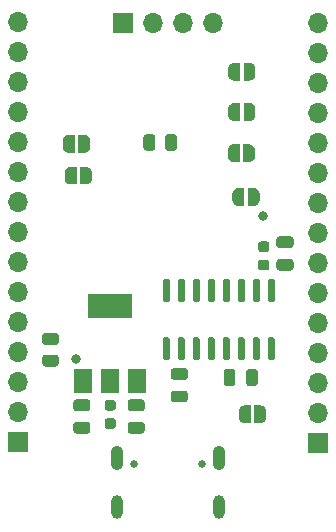
<source format=gbr>
%TF.GenerationSoftware,KiCad,Pcbnew,(5.1.12)-1*%
%TF.CreationDate,2021-12-27T17:53:29+01:00*%
%TF.ProjectId,stm32l-mcu-board,73746d33-326c-42d6-9d63-752d626f6172,rev?*%
%TF.SameCoordinates,Original*%
%TF.FileFunction,Soldermask,Bot*%
%TF.FilePolarity,Negative*%
%FSLAX46Y46*%
G04 Gerber Fmt 4.6, Leading zero omitted, Abs format (unit mm)*
G04 Created by KiCad (PCBNEW (5.1.12)-1) date 2021-12-27 17:53:29*
%MOMM*%
%LPD*%
G01*
G04 APERTURE LIST*
%ADD10C,0.100000*%
%ADD11C,0.800000*%
%ADD12R,1.500000X2.000000*%
%ADD13R,3.800000X2.000000*%
%ADD14C,0.650000*%
%ADD15O,1.050000X2.100000*%
%ADD16O,1.000000X2.000000*%
%ADD17O,1.700000X1.700000*%
%ADD18R,1.700000X1.700000*%
G04 APERTURE END LIST*
D10*
%TO.C,JP7*%
G36*
X92150000Y-71249398D02*
G01*
X92125466Y-71249398D01*
X92076635Y-71244588D01*
X92028510Y-71235016D01*
X91981555Y-71220772D01*
X91936222Y-71201995D01*
X91892949Y-71178864D01*
X91852150Y-71151604D01*
X91814221Y-71120476D01*
X91779524Y-71085779D01*
X91748396Y-71047850D01*
X91721136Y-71007051D01*
X91698005Y-70963778D01*
X91679228Y-70918445D01*
X91664984Y-70871490D01*
X91655412Y-70823365D01*
X91650602Y-70774534D01*
X91650602Y-70750000D01*
X91650000Y-70750000D01*
X91650000Y-70250000D01*
X91650602Y-70250000D01*
X91650602Y-70225466D01*
X91655412Y-70176635D01*
X91664984Y-70128510D01*
X91679228Y-70081555D01*
X91698005Y-70036222D01*
X91721136Y-69992949D01*
X91748396Y-69952150D01*
X91779524Y-69914221D01*
X91814221Y-69879524D01*
X91852150Y-69848396D01*
X91892949Y-69821136D01*
X91936222Y-69798005D01*
X91981555Y-69779228D01*
X92028510Y-69764984D01*
X92076635Y-69755412D01*
X92125466Y-69750602D01*
X92150000Y-69750602D01*
X92150000Y-69750000D01*
X92650000Y-69750000D01*
X92650000Y-71250000D01*
X92150000Y-71250000D01*
X92150000Y-71249398D01*
G37*
G36*
X92950000Y-69750000D02*
G01*
X93450000Y-69750000D01*
X93450000Y-69750602D01*
X93474534Y-69750602D01*
X93523365Y-69755412D01*
X93571490Y-69764984D01*
X93618445Y-69779228D01*
X93663778Y-69798005D01*
X93707051Y-69821136D01*
X93747850Y-69848396D01*
X93785779Y-69879524D01*
X93820476Y-69914221D01*
X93851604Y-69952150D01*
X93878864Y-69992949D01*
X93901995Y-70036222D01*
X93920772Y-70081555D01*
X93935016Y-70128510D01*
X93944588Y-70176635D01*
X93949398Y-70225466D01*
X93949398Y-70250000D01*
X93950000Y-70250000D01*
X93950000Y-70750000D01*
X93949398Y-70750000D01*
X93949398Y-70774534D01*
X93944588Y-70823365D01*
X93935016Y-70871490D01*
X93920772Y-70918445D01*
X93901995Y-70963778D01*
X93878864Y-71007051D01*
X93851604Y-71047850D01*
X93820476Y-71085779D01*
X93785779Y-71120476D01*
X93747850Y-71151604D01*
X93707051Y-71178864D01*
X93663778Y-71201995D01*
X93618445Y-71220772D01*
X93571490Y-71235016D01*
X93523365Y-71244588D01*
X93474534Y-71249398D01*
X93450000Y-71249398D01*
X93450000Y-71250000D01*
X92950000Y-71250000D01*
X92950000Y-69750000D01*
G37*
%TD*%
%TO.C,JP6*%
G36*
X92000000Y-68549398D02*
G01*
X91975466Y-68549398D01*
X91926635Y-68544588D01*
X91878510Y-68535016D01*
X91831555Y-68520772D01*
X91786222Y-68501995D01*
X91742949Y-68478864D01*
X91702150Y-68451604D01*
X91664221Y-68420476D01*
X91629524Y-68385779D01*
X91598396Y-68347850D01*
X91571136Y-68307051D01*
X91548005Y-68263778D01*
X91529228Y-68218445D01*
X91514984Y-68171490D01*
X91505412Y-68123365D01*
X91500602Y-68074534D01*
X91500602Y-68050000D01*
X91500000Y-68050000D01*
X91500000Y-67550000D01*
X91500602Y-67550000D01*
X91500602Y-67525466D01*
X91505412Y-67476635D01*
X91514984Y-67428510D01*
X91529228Y-67381555D01*
X91548005Y-67336222D01*
X91571136Y-67292949D01*
X91598396Y-67252150D01*
X91629524Y-67214221D01*
X91664221Y-67179524D01*
X91702150Y-67148396D01*
X91742949Y-67121136D01*
X91786222Y-67098005D01*
X91831555Y-67079228D01*
X91878510Y-67064984D01*
X91926635Y-67055412D01*
X91975466Y-67050602D01*
X92000000Y-67050602D01*
X92000000Y-67050000D01*
X92500000Y-67050000D01*
X92500000Y-68550000D01*
X92000000Y-68550000D01*
X92000000Y-68549398D01*
G37*
G36*
X92800000Y-67050000D02*
G01*
X93300000Y-67050000D01*
X93300000Y-67050602D01*
X93324534Y-67050602D01*
X93373365Y-67055412D01*
X93421490Y-67064984D01*
X93468445Y-67079228D01*
X93513778Y-67098005D01*
X93557051Y-67121136D01*
X93597850Y-67148396D01*
X93635779Y-67179524D01*
X93670476Y-67214221D01*
X93701604Y-67252150D01*
X93728864Y-67292949D01*
X93751995Y-67336222D01*
X93770772Y-67381555D01*
X93785016Y-67428510D01*
X93794588Y-67476635D01*
X93799398Y-67525466D01*
X93799398Y-67550000D01*
X93800000Y-67550000D01*
X93800000Y-68050000D01*
X93799398Y-68050000D01*
X93799398Y-68074534D01*
X93794588Y-68123365D01*
X93785016Y-68171490D01*
X93770772Y-68218445D01*
X93751995Y-68263778D01*
X93728864Y-68307051D01*
X93701604Y-68347850D01*
X93670476Y-68385779D01*
X93635779Y-68420476D01*
X93597850Y-68451604D01*
X93557051Y-68478864D01*
X93513778Y-68501995D01*
X93468445Y-68520772D01*
X93421490Y-68535016D01*
X93373365Y-68544588D01*
X93324534Y-68549398D01*
X93300000Y-68549398D01*
X93300000Y-68550000D01*
X92800000Y-68550000D01*
X92800000Y-67050000D01*
G37*
%TD*%
%TO.C,JP5*%
G36*
X107650000Y-71550602D02*
G01*
X107674534Y-71550602D01*
X107723365Y-71555412D01*
X107771490Y-71564984D01*
X107818445Y-71579228D01*
X107863778Y-71598005D01*
X107907051Y-71621136D01*
X107947850Y-71648396D01*
X107985779Y-71679524D01*
X108020476Y-71714221D01*
X108051604Y-71752150D01*
X108078864Y-71792949D01*
X108101995Y-71836222D01*
X108120772Y-71881555D01*
X108135016Y-71928510D01*
X108144588Y-71976635D01*
X108149398Y-72025466D01*
X108149398Y-72050000D01*
X108150000Y-72050000D01*
X108150000Y-72550000D01*
X108149398Y-72550000D01*
X108149398Y-72574534D01*
X108144588Y-72623365D01*
X108135016Y-72671490D01*
X108120772Y-72718445D01*
X108101995Y-72763778D01*
X108078864Y-72807051D01*
X108051604Y-72847850D01*
X108020476Y-72885779D01*
X107985779Y-72920476D01*
X107947850Y-72951604D01*
X107907051Y-72978864D01*
X107863778Y-73001995D01*
X107818445Y-73020772D01*
X107771490Y-73035016D01*
X107723365Y-73044588D01*
X107674534Y-73049398D01*
X107650000Y-73049398D01*
X107650000Y-73050000D01*
X107150000Y-73050000D01*
X107150000Y-71550000D01*
X107650000Y-71550000D01*
X107650000Y-71550602D01*
G37*
G36*
X106850000Y-73050000D02*
G01*
X106350000Y-73050000D01*
X106350000Y-73049398D01*
X106325466Y-73049398D01*
X106276635Y-73044588D01*
X106228510Y-73035016D01*
X106181555Y-73020772D01*
X106136222Y-73001995D01*
X106092949Y-72978864D01*
X106052150Y-72951604D01*
X106014221Y-72920476D01*
X105979524Y-72885779D01*
X105948396Y-72847850D01*
X105921136Y-72807051D01*
X105898005Y-72763778D01*
X105879228Y-72718445D01*
X105864984Y-72671490D01*
X105855412Y-72623365D01*
X105850602Y-72574534D01*
X105850602Y-72550000D01*
X105850000Y-72550000D01*
X105850000Y-72050000D01*
X105850602Y-72050000D01*
X105850602Y-72025466D01*
X105855412Y-71976635D01*
X105864984Y-71928510D01*
X105879228Y-71881555D01*
X105898005Y-71836222D01*
X105921136Y-71792949D01*
X105948396Y-71752150D01*
X105979524Y-71714221D01*
X106014221Y-71679524D01*
X106052150Y-71648396D01*
X106092949Y-71621136D01*
X106136222Y-71598005D01*
X106181555Y-71579228D01*
X106228510Y-71564984D01*
X106276635Y-71555412D01*
X106325466Y-71550602D01*
X106350000Y-71550602D01*
X106350000Y-71550000D01*
X106850000Y-71550000D01*
X106850000Y-73050000D01*
G37*
%TD*%
%TO.C,JP4*%
G36*
X108200000Y-89950602D02*
G01*
X108224534Y-89950602D01*
X108273365Y-89955412D01*
X108321490Y-89964984D01*
X108368445Y-89979228D01*
X108413778Y-89998005D01*
X108457051Y-90021136D01*
X108497850Y-90048396D01*
X108535779Y-90079524D01*
X108570476Y-90114221D01*
X108601604Y-90152150D01*
X108628864Y-90192949D01*
X108651995Y-90236222D01*
X108670772Y-90281555D01*
X108685016Y-90328510D01*
X108694588Y-90376635D01*
X108699398Y-90425466D01*
X108699398Y-90450000D01*
X108700000Y-90450000D01*
X108700000Y-90950000D01*
X108699398Y-90950000D01*
X108699398Y-90974534D01*
X108694588Y-91023365D01*
X108685016Y-91071490D01*
X108670772Y-91118445D01*
X108651995Y-91163778D01*
X108628864Y-91207051D01*
X108601604Y-91247850D01*
X108570476Y-91285779D01*
X108535779Y-91320476D01*
X108497850Y-91351604D01*
X108457051Y-91378864D01*
X108413778Y-91401995D01*
X108368445Y-91420772D01*
X108321490Y-91435016D01*
X108273365Y-91444588D01*
X108224534Y-91449398D01*
X108200000Y-91449398D01*
X108200000Y-91450000D01*
X107700000Y-91450000D01*
X107700000Y-89950000D01*
X108200000Y-89950000D01*
X108200000Y-89950602D01*
G37*
G36*
X107400000Y-91450000D02*
G01*
X106900000Y-91450000D01*
X106900000Y-91449398D01*
X106875466Y-91449398D01*
X106826635Y-91444588D01*
X106778510Y-91435016D01*
X106731555Y-91420772D01*
X106686222Y-91401995D01*
X106642949Y-91378864D01*
X106602150Y-91351604D01*
X106564221Y-91320476D01*
X106529524Y-91285779D01*
X106498396Y-91247850D01*
X106471136Y-91207051D01*
X106448005Y-91163778D01*
X106429228Y-91118445D01*
X106414984Y-91071490D01*
X106405412Y-91023365D01*
X106400602Y-90974534D01*
X106400602Y-90950000D01*
X106400000Y-90950000D01*
X106400000Y-90450000D01*
X106400602Y-90450000D01*
X106400602Y-90425466D01*
X106405412Y-90376635D01*
X106414984Y-90328510D01*
X106429228Y-90281555D01*
X106448005Y-90236222D01*
X106471136Y-90192949D01*
X106498396Y-90152150D01*
X106529524Y-90114221D01*
X106564221Y-90079524D01*
X106602150Y-90048396D01*
X106642949Y-90021136D01*
X106686222Y-89998005D01*
X106731555Y-89979228D01*
X106778510Y-89964984D01*
X106826635Y-89955412D01*
X106875466Y-89950602D01*
X106900000Y-89950602D01*
X106900000Y-89950000D01*
X107400000Y-89950000D01*
X107400000Y-91450000D01*
G37*
%TD*%
D11*
%TO.C,SW2*%
X108450000Y-73950000D03*
%TD*%
D12*
%TO.C,U7*%
X97800000Y-87850000D03*
X93200000Y-87850000D03*
X95500000Y-87850000D03*
D13*
X95500000Y-81550000D03*
%TD*%
D10*
%TO.C,JP3*%
G36*
X106000000Y-62449398D02*
G01*
X105975466Y-62449398D01*
X105926635Y-62444588D01*
X105878510Y-62435016D01*
X105831555Y-62420772D01*
X105786222Y-62401995D01*
X105742949Y-62378864D01*
X105702150Y-62351604D01*
X105664221Y-62320476D01*
X105629524Y-62285779D01*
X105598396Y-62247850D01*
X105571136Y-62207051D01*
X105548005Y-62163778D01*
X105529228Y-62118445D01*
X105514984Y-62071490D01*
X105505412Y-62023365D01*
X105500602Y-61974534D01*
X105500602Y-61950000D01*
X105500000Y-61950000D01*
X105500000Y-61450000D01*
X105500602Y-61450000D01*
X105500602Y-61425466D01*
X105505412Y-61376635D01*
X105514984Y-61328510D01*
X105529228Y-61281555D01*
X105548005Y-61236222D01*
X105571136Y-61192949D01*
X105598396Y-61152150D01*
X105629524Y-61114221D01*
X105664221Y-61079524D01*
X105702150Y-61048396D01*
X105742949Y-61021136D01*
X105786222Y-60998005D01*
X105831555Y-60979228D01*
X105878510Y-60964984D01*
X105926635Y-60955412D01*
X105975466Y-60950602D01*
X106000000Y-60950602D01*
X106000000Y-60950000D01*
X106500000Y-60950000D01*
X106500000Y-62450000D01*
X106000000Y-62450000D01*
X106000000Y-62449398D01*
G37*
G36*
X106800000Y-60950000D02*
G01*
X107300000Y-60950000D01*
X107300000Y-60950602D01*
X107324534Y-60950602D01*
X107373365Y-60955412D01*
X107421490Y-60964984D01*
X107468445Y-60979228D01*
X107513778Y-60998005D01*
X107557051Y-61021136D01*
X107597850Y-61048396D01*
X107635779Y-61079524D01*
X107670476Y-61114221D01*
X107701604Y-61152150D01*
X107728864Y-61192949D01*
X107751995Y-61236222D01*
X107770772Y-61281555D01*
X107785016Y-61328510D01*
X107794588Y-61376635D01*
X107799398Y-61425466D01*
X107799398Y-61450000D01*
X107800000Y-61450000D01*
X107800000Y-61950000D01*
X107799398Y-61950000D01*
X107799398Y-61974534D01*
X107794588Y-62023365D01*
X107785016Y-62071490D01*
X107770772Y-62118445D01*
X107751995Y-62163778D01*
X107728864Y-62207051D01*
X107701604Y-62247850D01*
X107670476Y-62285779D01*
X107635779Y-62320476D01*
X107597850Y-62351604D01*
X107557051Y-62378864D01*
X107513778Y-62401995D01*
X107468445Y-62420772D01*
X107421490Y-62435016D01*
X107373365Y-62444588D01*
X107324534Y-62449398D01*
X107300000Y-62449398D01*
X107300000Y-62450000D01*
X106800000Y-62450000D01*
X106800000Y-60950000D01*
G37*
%TD*%
%TO.C,JP2*%
G36*
X107300000Y-64350602D02*
G01*
X107324534Y-64350602D01*
X107373365Y-64355412D01*
X107421490Y-64364984D01*
X107468445Y-64379228D01*
X107513778Y-64398005D01*
X107557051Y-64421136D01*
X107597850Y-64448396D01*
X107635779Y-64479524D01*
X107670476Y-64514221D01*
X107701604Y-64552150D01*
X107728864Y-64592949D01*
X107751995Y-64636222D01*
X107770772Y-64681555D01*
X107785016Y-64728510D01*
X107794588Y-64776635D01*
X107799398Y-64825466D01*
X107799398Y-64850000D01*
X107800000Y-64850000D01*
X107800000Y-65350000D01*
X107799398Y-65350000D01*
X107799398Y-65374534D01*
X107794588Y-65423365D01*
X107785016Y-65471490D01*
X107770772Y-65518445D01*
X107751995Y-65563778D01*
X107728864Y-65607051D01*
X107701604Y-65647850D01*
X107670476Y-65685779D01*
X107635779Y-65720476D01*
X107597850Y-65751604D01*
X107557051Y-65778864D01*
X107513778Y-65801995D01*
X107468445Y-65820772D01*
X107421490Y-65835016D01*
X107373365Y-65844588D01*
X107324534Y-65849398D01*
X107300000Y-65849398D01*
X107300000Y-65850000D01*
X106800000Y-65850000D01*
X106800000Y-64350000D01*
X107300000Y-64350000D01*
X107300000Y-64350602D01*
G37*
G36*
X106500000Y-65850000D02*
G01*
X106000000Y-65850000D01*
X106000000Y-65849398D01*
X105975466Y-65849398D01*
X105926635Y-65844588D01*
X105878510Y-65835016D01*
X105831555Y-65820772D01*
X105786222Y-65801995D01*
X105742949Y-65778864D01*
X105702150Y-65751604D01*
X105664221Y-65720476D01*
X105629524Y-65685779D01*
X105598396Y-65647850D01*
X105571136Y-65607051D01*
X105548005Y-65563778D01*
X105529228Y-65518445D01*
X105514984Y-65471490D01*
X105505412Y-65423365D01*
X105500602Y-65374534D01*
X105500602Y-65350000D01*
X105500000Y-65350000D01*
X105500000Y-64850000D01*
X105500602Y-64850000D01*
X105500602Y-64825466D01*
X105505412Y-64776635D01*
X105514984Y-64728510D01*
X105529228Y-64681555D01*
X105548005Y-64636222D01*
X105571136Y-64592949D01*
X105598396Y-64552150D01*
X105629524Y-64514221D01*
X105664221Y-64479524D01*
X105702150Y-64448396D01*
X105742949Y-64421136D01*
X105786222Y-64398005D01*
X105831555Y-64379228D01*
X105878510Y-64364984D01*
X105926635Y-64355412D01*
X105975466Y-64350602D01*
X106000000Y-64350602D01*
X106000000Y-64350000D01*
X106500000Y-64350000D01*
X106500000Y-65850000D01*
G37*
%TD*%
%TO.C,JP1*%
G36*
X107250000Y-67850602D02*
G01*
X107274534Y-67850602D01*
X107323365Y-67855412D01*
X107371490Y-67864984D01*
X107418445Y-67879228D01*
X107463778Y-67898005D01*
X107507051Y-67921136D01*
X107547850Y-67948396D01*
X107585779Y-67979524D01*
X107620476Y-68014221D01*
X107651604Y-68052150D01*
X107678864Y-68092949D01*
X107701995Y-68136222D01*
X107720772Y-68181555D01*
X107735016Y-68228510D01*
X107744588Y-68276635D01*
X107749398Y-68325466D01*
X107749398Y-68350000D01*
X107750000Y-68350000D01*
X107750000Y-68850000D01*
X107749398Y-68850000D01*
X107749398Y-68874534D01*
X107744588Y-68923365D01*
X107735016Y-68971490D01*
X107720772Y-69018445D01*
X107701995Y-69063778D01*
X107678864Y-69107051D01*
X107651604Y-69147850D01*
X107620476Y-69185779D01*
X107585779Y-69220476D01*
X107547850Y-69251604D01*
X107507051Y-69278864D01*
X107463778Y-69301995D01*
X107418445Y-69320772D01*
X107371490Y-69335016D01*
X107323365Y-69344588D01*
X107274534Y-69349398D01*
X107250000Y-69349398D01*
X107250000Y-69350000D01*
X106750000Y-69350000D01*
X106750000Y-67850000D01*
X107250000Y-67850000D01*
X107250000Y-67850602D01*
G37*
G36*
X106450000Y-69350000D02*
G01*
X105950000Y-69350000D01*
X105950000Y-69349398D01*
X105925466Y-69349398D01*
X105876635Y-69344588D01*
X105828510Y-69335016D01*
X105781555Y-69320772D01*
X105736222Y-69301995D01*
X105692949Y-69278864D01*
X105652150Y-69251604D01*
X105614221Y-69220476D01*
X105579524Y-69185779D01*
X105548396Y-69147850D01*
X105521136Y-69107051D01*
X105498005Y-69063778D01*
X105479228Y-69018445D01*
X105464984Y-68971490D01*
X105455412Y-68923365D01*
X105450602Y-68874534D01*
X105450602Y-68850000D01*
X105450000Y-68850000D01*
X105450000Y-68350000D01*
X105450602Y-68350000D01*
X105450602Y-68325466D01*
X105455412Y-68276635D01*
X105464984Y-68228510D01*
X105479228Y-68181555D01*
X105498005Y-68136222D01*
X105521136Y-68092949D01*
X105548396Y-68052150D01*
X105579524Y-68014221D01*
X105614221Y-67979524D01*
X105652150Y-67948396D01*
X105692949Y-67921136D01*
X105736222Y-67898005D01*
X105781555Y-67879228D01*
X105828510Y-67864984D01*
X105876635Y-67855412D01*
X105925466Y-67850602D01*
X105950000Y-67850602D01*
X105950000Y-67850000D01*
X106450000Y-67850000D01*
X106450000Y-69350000D01*
G37*
%TD*%
%TO.C,C11*%
G36*
G01*
X100875000Y-88700000D02*
X101825000Y-88700000D01*
G75*
G02*
X102075000Y-88950000I0J-250000D01*
G01*
X102075000Y-89450000D01*
G75*
G02*
X101825000Y-89700000I-250000J0D01*
G01*
X100875000Y-89700000D01*
G75*
G02*
X100625000Y-89450000I0J250000D01*
G01*
X100625000Y-88950000D01*
G75*
G02*
X100875000Y-88700000I250000J0D01*
G01*
G37*
G36*
G01*
X100875000Y-86800000D02*
X101825000Y-86800000D01*
G75*
G02*
X102075000Y-87050000I0J-250000D01*
G01*
X102075000Y-87550000D01*
G75*
G02*
X101825000Y-87800000I-250000J0D01*
G01*
X100875000Y-87800000D01*
G75*
G02*
X100625000Y-87550000I0J250000D01*
G01*
X100625000Y-87050000D01*
G75*
G02*
X100875000Y-86800000I250000J0D01*
G01*
G37*
%TD*%
%TO.C,C13*%
G36*
G01*
X108750000Y-76975000D02*
X108250000Y-76975000D01*
G75*
G02*
X108025000Y-76750000I0J225000D01*
G01*
X108025000Y-76300000D01*
G75*
G02*
X108250000Y-76075000I225000J0D01*
G01*
X108750000Y-76075000D01*
G75*
G02*
X108975000Y-76300000I0J-225000D01*
G01*
X108975000Y-76750000D01*
G75*
G02*
X108750000Y-76975000I-225000J0D01*
G01*
G37*
G36*
G01*
X108750000Y-78525000D02*
X108250000Y-78525000D01*
G75*
G02*
X108025000Y-78300000I0J225000D01*
G01*
X108025000Y-77850000D01*
G75*
G02*
X108250000Y-77625000I225000J0D01*
G01*
X108750000Y-77625000D01*
G75*
G02*
X108975000Y-77850000I0J-225000D01*
G01*
X108975000Y-78300000D01*
G75*
G02*
X108750000Y-78525000I-225000J0D01*
G01*
G37*
%TD*%
D14*
%TO.C,J1*%
X97510000Y-94920000D03*
X103290000Y-94920000D03*
D15*
X104720000Y-94420000D03*
X96080000Y-94420000D03*
D16*
X104720000Y-98600000D03*
X96080000Y-98600000D03*
%TD*%
%TO.C,U6*%
G36*
G01*
X109295000Y-81200000D02*
X108995000Y-81200000D01*
G75*
G02*
X108845000Y-81050000I0J150000D01*
G01*
X108845000Y-79400000D01*
G75*
G02*
X108995000Y-79250000I150000J0D01*
G01*
X109295000Y-79250000D01*
G75*
G02*
X109445000Y-79400000I0J-150000D01*
G01*
X109445000Y-81050000D01*
G75*
G02*
X109295000Y-81200000I-150000J0D01*
G01*
G37*
G36*
G01*
X108025000Y-81200000D02*
X107725000Y-81200000D01*
G75*
G02*
X107575000Y-81050000I0J150000D01*
G01*
X107575000Y-79400000D01*
G75*
G02*
X107725000Y-79250000I150000J0D01*
G01*
X108025000Y-79250000D01*
G75*
G02*
X108175000Y-79400000I0J-150000D01*
G01*
X108175000Y-81050000D01*
G75*
G02*
X108025000Y-81200000I-150000J0D01*
G01*
G37*
G36*
G01*
X106755000Y-81200000D02*
X106455000Y-81200000D01*
G75*
G02*
X106305000Y-81050000I0J150000D01*
G01*
X106305000Y-79400000D01*
G75*
G02*
X106455000Y-79250000I150000J0D01*
G01*
X106755000Y-79250000D01*
G75*
G02*
X106905000Y-79400000I0J-150000D01*
G01*
X106905000Y-81050000D01*
G75*
G02*
X106755000Y-81200000I-150000J0D01*
G01*
G37*
G36*
G01*
X105485000Y-81200000D02*
X105185000Y-81200000D01*
G75*
G02*
X105035000Y-81050000I0J150000D01*
G01*
X105035000Y-79400000D01*
G75*
G02*
X105185000Y-79250000I150000J0D01*
G01*
X105485000Y-79250000D01*
G75*
G02*
X105635000Y-79400000I0J-150000D01*
G01*
X105635000Y-81050000D01*
G75*
G02*
X105485000Y-81200000I-150000J0D01*
G01*
G37*
G36*
G01*
X104215000Y-81200000D02*
X103915000Y-81200000D01*
G75*
G02*
X103765000Y-81050000I0J150000D01*
G01*
X103765000Y-79400000D01*
G75*
G02*
X103915000Y-79250000I150000J0D01*
G01*
X104215000Y-79250000D01*
G75*
G02*
X104365000Y-79400000I0J-150000D01*
G01*
X104365000Y-81050000D01*
G75*
G02*
X104215000Y-81200000I-150000J0D01*
G01*
G37*
G36*
G01*
X102945000Y-81200000D02*
X102645000Y-81200000D01*
G75*
G02*
X102495000Y-81050000I0J150000D01*
G01*
X102495000Y-79400000D01*
G75*
G02*
X102645000Y-79250000I150000J0D01*
G01*
X102945000Y-79250000D01*
G75*
G02*
X103095000Y-79400000I0J-150000D01*
G01*
X103095000Y-81050000D01*
G75*
G02*
X102945000Y-81200000I-150000J0D01*
G01*
G37*
G36*
G01*
X101675000Y-81200000D02*
X101375000Y-81200000D01*
G75*
G02*
X101225000Y-81050000I0J150000D01*
G01*
X101225000Y-79400000D01*
G75*
G02*
X101375000Y-79250000I150000J0D01*
G01*
X101675000Y-79250000D01*
G75*
G02*
X101825000Y-79400000I0J-150000D01*
G01*
X101825000Y-81050000D01*
G75*
G02*
X101675000Y-81200000I-150000J0D01*
G01*
G37*
G36*
G01*
X100405000Y-81200000D02*
X100105000Y-81200000D01*
G75*
G02*
X99955000Y-81050000I0J150000D01*
G01*
X99955000Y-79400000D01*
G75*
G02*
X100105000Y-79250000I150000J0D01*
G01*
X100405000Y-79250000D01*
G75*
G02*
X100555000Y-79400000I0J-150000D01*
G01*
X100555000Y-81050000D01*
G75*
G02*
X100405000Y-81200000I-150000J0D01*
G01*
G37*
G36*
G01*
X100405000Y-86150000D02*
X100105000Y-86150000D01*
G75*
G02*
X99955000Y-86000000I0J150000D01*
G01*
X99955000Y-84350000D01*
G75*
G02*
X100105000Y-84200000I150000J0D01*
G01*
X100405000Y-84200000D01*
G75*
G02*
X100555000Y-84350000I0J-150000D01*
G01*
X100555000Y-86000000D01*
G75*
G02*
X100405000Y-86150000I-150000J0D01*
G01*
G37*
G36*
G01*
X101675000Y-86150000D02*
X101375000Y-86150000D01*
G75*
G02*
X101225000Y-86000000I0J150000D01*
G01*
X101225000Y-84350000D01*
G75*
G02*
X101375000Y-84200000I150000J0D01*
G01*
X101675000Y-84200000D01*
G75*
G02*
X101825000Y-84350000I0J-150000D01*
G01*
X101825000Y-86000000D01*
G75*
G02*
X101675000Y-86150000I-150000J0D01*
G01*
G37*
G36*
G01*
X102945000Y-86150000D02*
X102645000Y-86150000D01*
G75*
G02*
X102495000Y-86000000I0J150000D01*
G01*
X102495000Y-84350000D01*
G75*
G02*
X102645000Y-84200000I150000J0D01*
G01*
X102945000Y-84200000D01*
G75*
G02*
X103095000Y-84350000I0J-150000D01*
G01*
X103095000Y-86000000D01*
G75*
G02*
X102945000Y-86150000I-150000J0D01*
G01*
G37*
G36*
G01*
X104215000Y-86150000D02*
X103915000Y-86150000D01*
G75*
G02*
X103765000Y-86000000I0J150000D01*
G01*
X103765000Y-84350000D01*
G75*
G02*
X103915000Y-84200000I150000J0D01*
G01*
X104215000Y-84200000D01*
G75*
G02*
X104365000Y-84350000I0J-150000D01*
G01*
X104365000Y-86000000D01*
G75*
G02*
X104215000Y-86150000I-150000J0D01*
G01*
G37*
G36*
G01*
X105485000Y-86150000D02*
X105185000Y-86150000D01*
G75*
G02*
X105035000Y-86000000I0J150000D01*
G01*
X105035000Y-84350000D01*
G75*
G02*
X105185000Y-84200000I150000J0D01*
G01*
X105485000Y-84200000D01*
G75*
G02*
X105635000Y-84350000I0J-150000D01*
G01*
X105635000Y-86000000D01*
G75*
G02*
X105485000Y-86150000I-150000J0D01*
G01*
G37*
G36*
G01*
X106755000Y-86150000D02*
X106455000Y-86150000D01*
G75*
G02*
X106305000Y-86000000I0J150000D01*
G01*
X106305000Y-84350000D01*
G75*
G02*
X106455000Y-84200000I150000J0D01*
G01*
X106755000Y-84200000D01*
G75*
G02*
X106905000Y-84350000I0J-150000D01*
G01*
X106905000Y-86000000D01*
G75*
G02*
X106755000Y-86150000I-150000J0D01*
G01*
G37*
G36*
G01*
X108025000Y-86150000D02*
X107725000Y-86150000D01*
G75*
G02*
X107575000Y-86000000I0J150000D01*
G01*
X107575000Y-84350000D01*
G75*
G02*
X107725000Y-84200000I150000J0D01*
G01*
X108025000Y-84200000D01*
G75*
G02*
X108175000Y-84350000I0J-150000D01*
G01*
X108175000Y-86000000D01*
G75*
G02*
X108025000Y-86150000I-150000J0D01*
G01*
G37*
G36*
G01*
X109295000Y-86150000D02*
X108995000Y-86150000D01*
G75*
G02*
X108845000Y-86000000I0J150000D01*
G01*
X108845000Y-84350000D01*
G75*
G02*
X108995000Y-84200000I150000J0D01*
G01*
X109295000Y-84200000D01*
G75*
G02*
X109445000Y-84350000I0J-150000D01*
G01*
X109445000Y-86000000D01*
G75*
G02*
X109295000Y-86150000I-150000J0D01*
G01*
G37*
%TD*%
%TO.C,C15*%
G36*
G01*
X107000000Y-88075000D02*
X107000000Y-87125000D01*
G75*
G02*
X107250000Y-86875000I250000J0D01*
G01*
X107750000Y-86875000D01*
G75*
G02*
X108000000Y-87125000I0J-250000D01*
G01*
X108000000Y-88075000D01*
G75*
G02*
X107750000Y-88325000I-250000J0D01*
G01*
X107250000Y-88325000D01*
G75*
G02*
X107000000Y-88075000I0J250000D01*
G01*
G37*
G36*
G01*
X105100000Y-88075000D02*
X105100000Y-87125000D01*
G75*
G02*
X105350000Y-86875000I250000J0D01*
G01*
X105850000Y-86875000D01*
G75*
G02*
X106100000Y-87125000I0J-250000D01*
G01*
X106100000Y-88075000D01*
G75*
G02*
X105850000Y-88325000I-250000J0D01*
G01*
X105350000Y-88325000D01*
G75*
G02*
X105100000Y-88075000I0J250000D01*
G01*
G37*
%TD*%
%TO.C,C12*%
G36*
G01*
X109825000Y-77550000D02*
X110775000Y-77550000D01*
G75*
G02*
X111025000Y-77800000I0J-250000D01*
G01*
X111025000Y-78300000D01*
G75*
G02*
X110775000Y-78550000I-250000J0D01*
G01*
X109825000Y-78550000D01*
G75*
G02*
X109575000Y-78300000I0J250000D01*
G01*
X109575000Y-77800000D01*
G75*
G02*
X109825000Y-77550000I250000J0D01*
G01*
G37*
G36*
G01*
X109825000Y-75650000D02*
X110775000Y-75650000D01*
G75*
G02*
X111025000Y-75900000I0J-250000D01*
G01*
X111025000Y-76400000D01*
G75*
G02*
X110775000Y-76650000I-250000J0D01*
G01*
X109825000Y-76650000D01*
G75*
G02*
X109575000Y-76400000I0J250000D01*
G01*
X109575000Y-75900000D01*
G75*
G02*
X109825000Y-75650000I250000J0D01*
G01*
G37*
%TD*%
D11*
%TO.C,SW1*%
X92600000Y-86000000D03*
%TD*%
%TO.C,R4*%
G36*
G01*
X99337500Y-67249999D02*
X99337500Y-68150001D01*
G75*
G02*
X99087501Y-68400000I-249999J0D01*
G01*
X98562499Y-68400000D01*
G75*
G02*
X98312500Y-68150001I0J249999D01*
G01*
X98312500Y-67249999D01*
G75*
G02*
X98562499Y-67000000I249999J0D01*
G01*
X99087501Y-67000000D01*
G75*
G02*
X99337500Y-67249999I0J-249999D01*
G01*
G37*
G36*
G01*
X101162500Y-67249999D02*
X101162500Y-68150001D01*
G75*
G02*
X100912501Y-68400000I-249999J0D01*
G01*
X100387499Y-68400000D01*
G75*
G02*
X100137500Y-68150001I0J249999D01*
G01*
X100137500Y-67249999D01*
G75*
G02*
X100387499Y-67000000I249999J0D01*
G01*
X100912501Y-67000000D01*
G75*
G02*
X101162500Y-67249999I0J-249999D01*
G01*
G37*
%TD*%
%TO.C,R2*%
G36*
G01*
X90900001Y-84850000D02*
X89999999Y-84850000D01*
G75*
G02*
X89750000Y-84600001I0J249999D01*
G01*
X89750000Y-84074999D01*
G75*
G02*
X89999999Y-83825000I249999J0D01*
G01*
X90900001Y-83825000D01*
G75*
G02*
X91150000Y-84074999I0J-249999D01*
G01*
X91150000Y-84600001D01*
G75*
G02*
X90900001Y-84850000I-249999J0D01*
G01*
G37*
G36*
G01*
X90900001Y-86675000D02*
X89999999Y-86675000D01*
G75*
G02*
X89750000Y-86425001I0J249999D01*
G01*
X89750000Y-85899999D01*
G75*
G02*
X89999999Y-85650000I249999J0D01*
G01*
X90900001Y-85650000D01*
G75*
G02*
X91150000Y-85899999I0J-249999D01*
G01*
X91150000Y-86425001D01*
G75*
G02*
X90900001Y-86675000I-249999J0D01*
G01*
G37*
%TD*%
D17*
%TO.C,J4*%
X113100000Y-57600000D03*
X113100000Y-60140000D03*
X113100000Y-62680000D03*
X113100000Y-65220000D03*
X113100000Y-67760000D03*
X113100000Y-70300000D03*
X113100000Y-72840000D03*
X113100000Y-75380000D03*
X113100000Y-77920000D03*
X113100000Y-80460000D03*
X113100000Y-83000000D03*
X113100000Y-85540000D03*
X113100000Y-88080000D03*
X113100000Y-90620000D03*
D18*
X113100000Y-93160000D03*
%TD*%
D17*
%TO.C,J3*%
X87700000Y-57500000D03*
X87700000Y-60040000D03*
X87700000Y-62580000D03*
X87700000Y-65120000D03*
X87700000Y-67660000D03*
X87700000Y-70200000D03*
X87700000Y-72740000D03*
X87700000Y-75280000D03*
X87700000Y-77820000D03*
X87700000Y-80360000D03*
X87700000Y-82900000D03*
X87700000Y-85440000D03*
X87700000Y-87980000D03*
X87700000Y-90520000D03*
D18*
X87700000Y-93060000D03*
%TD*%
D17*
%TO.C,J2*%
X104220000Y-57600000D03*
X101680000Y-57600000D03*
X99140000Y-57600000D03*
D18*
X96600000Y-57600000D03*
%TD*%
%TO.C,C17*%
G36*
G01*
X95750000Y-90400000D02*
X95250000Y-90400000D01*
G75*
G02*
X95025000Y-90175000I0J225000D01*
G01*
X95025000Y-89725000D01*
G75*
G02*
X95250000Y-89500000I225000J0D01*
G01*
X95750000Y-89500000D01*
G75*
G02*
X95975000Y-89725000I0J-225000D01*
G01*
X95975000Y-90175000D01*
G75*
G02*
X95750000Y-90400000I-225000J0D01*
G01*
G37*
G36*
G01*
X95750000Y-91950000D02*
X95250000Y-91950000D01*
G75*
G02*
X95025000Y-91725000I0J225000D01*
G01*
X95025000Y-91275000D01*
G75*
G02*
X95250000Y-91050000I225000J0D01*
G01*
X95750000Y-91050000D01*
G75*
G02*
X95975000Y-91275000I0J-225000D01*
G01*
X95975000Y-91725000D01*
G75*
G02*
X95750000Y-91950000I-225000J0D01*
G01*
G37*
%TD*%
%TO.C,C16*%
G36*
G01*
X92625000Y-91350000D02*
X93575000Y-91350000D01*
G75*
G02*
X93825000Y-91600000I0J-250000D01*
G01*
X93825000Y-92100000D01*
G75*
G02*
X93575000Y-92350000I-250000J0D01*
G01*
X92625000Y-92350000D01*
G75*
G02*
X92375000Y-92100000I0J250000D01*
G01*
X92375000Y-91600000D01*
G75*
G02*
X92625000Y-91350000I250000J0D01*
G01*
G37*
G36*
G01*
X92625000Y-89450000D02*
X93575000Y-89450000D01*
G75*
G02*
X93825000Y-89700000I0J-250000D01*
G01*
X93825000Y-90200000D01*
G75*
G02*
X93575000Y-90450000I-250000J0D01*
G01*
X92625000Y-90450000D01*
G75*
G02*
X92375000Y-90200000I0J250000D01*
G01*
X92375000Y-89700000D01*
G75*
G02*
X92625000Y-89450000I250000J0D01*
G01*
G37*
%TD*%
%TO.C,C14*%
G36*
G01*
X97225000Y-91350000D02*
X98175000Y-91350000D01*
G75*
G02*
X98425000Y-91600000I0J-250000D01*
G01*
X98425000Y-92100000D01*
G75*
G02*
X98175000Y-92350000I-250000J0D01*
G01*
X97225000Y-92350000D01*
G75*
G02*
X96975000Y-92100000I0J250000D01*
G01*
X96975000Y-91600000D01*
G75*
G02*
X97225000Y-91350000I250000J0D01*
G01*
G37*
G36*
G01*
X97225000Y-89450000D02*
X98175000Y-89450000D01*
G75*
G02*
X98425000Y-89700000I0J-250000D01*
G01*
X98425000Y-90200000D01*
G75*
G02*
X98175000Y-90450000I-250000J0D01*
G01*
X97225000Y-90450000D01*
G75*
G02*
X96975000Y-90200000I0J250000D01*
G01*
X96975000Y-89700000D01*
G75*
G02*
X97225000Y-89450000I250000J0D01*
G01*
G37*
%TD*%
M02*

</source>
